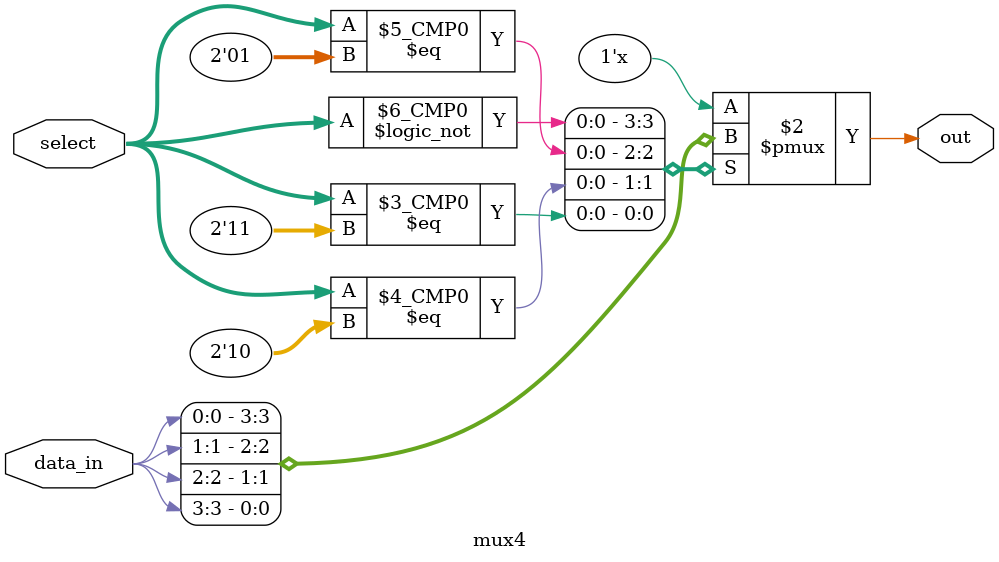
<source format=sv>
module mux4(input [3:0] data_in, input [1:0] select, output reg out);

always @(*)
begin
    case(select)
        2'b00: out = data_in[0];
        2'b01: out = data_in[1];
        2'b10: out = data_in[2];
        2'b11: out = data_in[3];
    endcase
end

endmodule

</source>
